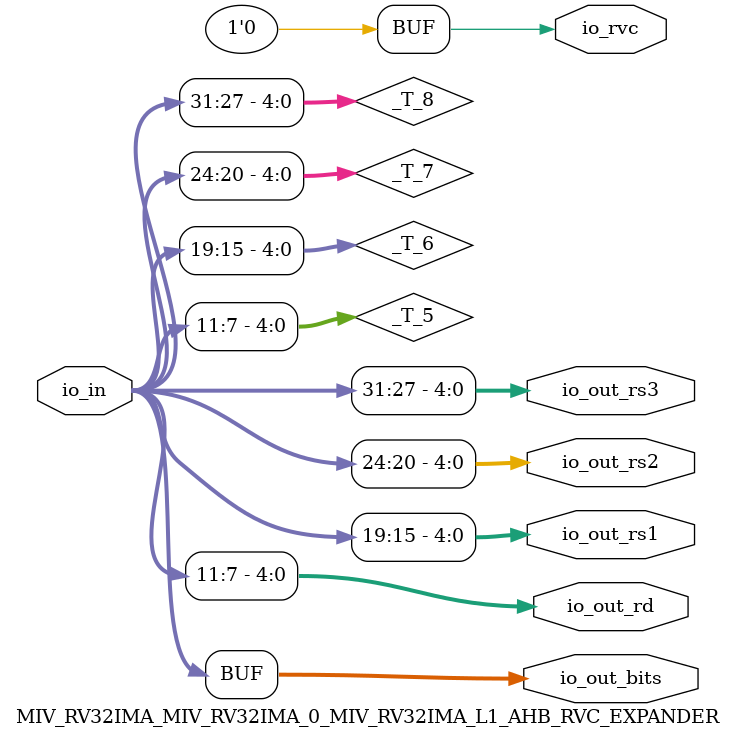
<source format=v>
`define RANDOMIZE
`timescale 1ns/10ps
module MIV_RV32IMA_MIV_RV32IMA_0_MIV_RV32IMA_L1_AHB_RVC_EXPANDER(
  input  [31:0] io_in,
  output [31:0] io_out_bits,
  output [4:0]  io_out_rd,
  output [4:0]  io_out_rs1,
  output [4:0]  io_out_rs2,
  output [4:0]  io_out_rs3,
  output        io_rvc
);
  wire [4:0] _T_5;
  wire [4:0] _T_6;
  wire [4:0] _T_7;
  wire [4:0] _T_8;
  assign io_out_bits = io_in;
  assign io_out_rd = _T_5;
  assign io_out_rs1 = _T_6;
  assign io_out_rs2 = _T_7;
  assign io_out_rs3 = _T_8;
  assign io_rvc = 1'h0;
  assign _T_5 = io_in[11:7];
  assign _T_6 = io_in[19:15];
  assign _T_7 = io_in[24:20];
  assign _T_8 = io_in[31:27];
endmodule

</source>
